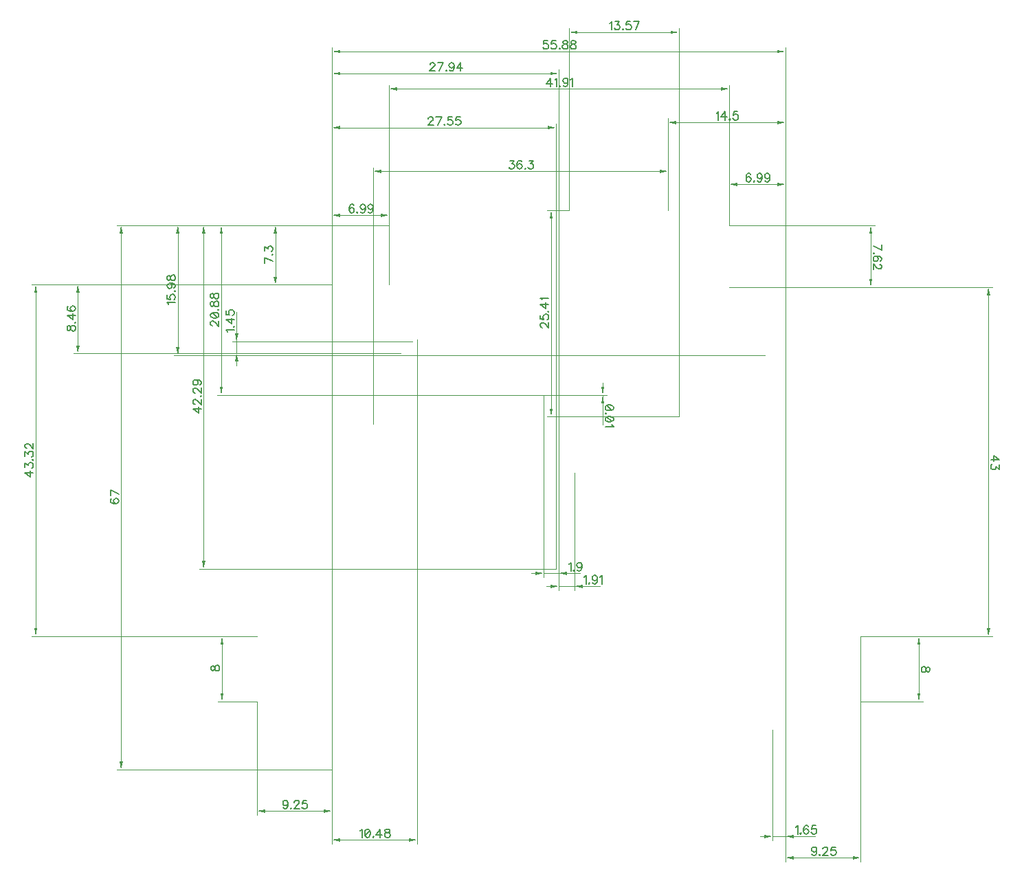
<source format=gbr>
G04 DipTrace 2.4.0.2*
%INTopDimension.gbr*%
%MOIN*%
%ADD13C,0.0014*%
%ADD104C,0.0062*%
%FSLAX44Y44*%
G04*
G70*
G90*
G75*
G01*
%LNTopDimension*%
%LPD*%
X6690Y30320D2*
D13*
X-2483D1*
X14786Y13670D2*
X-2483D1*
X-2286Y21995D2*
Y29926D1*
G36*
Y30320D2*
X-2207Y29926D1*
X-2365D1*
X-2286Y30320D1*
G37*
Y21995D2*
D13*
Y14064D1*
G36*
Y13670D2*
X-2365Y14064D1*
X-2207D1*
X-2286Y13670D1*
G37*
X20770Y21045D2*
D13*
X14368D1*
X15429Y31051D2*
X14368D1*
X14565Y26048D2*
Y21439D1*
G36*
Y21045D2*
X14486Y21439D1*
X14644D1*
X14565Y21045D1*
G37*
Y26048D2*
D13*
Y30657D1*
G36*
Y31051D2*
X14644Y30657D1*
X14486D1*
X14565Y31051D1*
G37*
X3940Y27445D2*
D13*
Y35267D1*
X14786Y13670D2*
Y35267D1*
X9363Y35070D2*
X4334D1*
G36*
X3940D2*
X4334Y35149D1*
Y34991D1*
X3940Y35070D1*
G37*
X9363D2*
D13*
X14393D1*
G36*
X14786D2*
X14393Y34991D1*
Y35149D1*
X14786Y35070D1*
G37*
X20233Y31051D2*
D13*
Y35517D1*
X25940Y27320D2*
Y35517D1*
X23086Y35320D2*
X20626D1*
G36*
X20233D2*
X20626Y35399D1*
Y35241D1*
X20233Y35320D1*
G37*
X23086D2*
D13*
X25546D1*
G36*
X25940D2*
X25546Y35241D1*
Y35399D1*
X25940Y35320D1*
G37*
X3940Y27445D2*
D13*
Y38957D1*
X25940Y27320D2*
Y38957D1*
X14940Y38760D2*
X4334D1*
G36*
X3940D2*
X4334Y38839D1*
Y38682D1*
X3940Y38760D1*
G37*
X14940D2*
D13*
X25546D1*
G36*
X25940D2*
X25546Y38682D1*
Y38839D1*
X25940Y38760D1*
G37*
X3940Y27445D2*
D13*
Y31017D1*
X6690Y27445D2*
Y31017D1*
X5315Y30820D2*
X4334D1*
G36*
X3940D2*
X4334Y30899D1*
Y30741D1*
X3940Y30820D1*
G37*
X5315D2*
D13*
X6296D1*
G36*
X6690D2*
X6296Y30741D1*
Y30899D1*
X6690Y30820D1*
G37*
Y30320D2*
D13*
X993D1*
X3940Y27445D2*
X993D1*
X1190Y28883D2*
Y29926D1*
G36*
Y30320D2*
X1269Y29926D1*
X1111D1*
X1190Y30320D1*
G37*
Y28883D2*
D13*
Y27839D1*
G36*
Y27445D2*
X1111Y27839D1*
X1269D1*
X1190Y27445D1*
G37*
X23190Y30320D2*
D13*
X30262D1*
X23190Y27320D2*
X30262D1*
X30065Y28820D2*
Y29926D1*
G36*
Y30320D2*
X30144Y29926D1*
X29986D1*
X30065Y30320D1*
G37*
Y28820D2*
D13*
Y27714D1*
G36*
Y27320D2*
X29986Y27714D1*
X30144D1*
X30065Y27320D1*
G37*
X23190Y30320D2*
D13*
Y32517D1*
X25940Y27320D2*
Y32517D1*
X24565Y32320D2*
X23584D1*
G36*
X23190D2*
X23584Y32399D1*
Y32241D1*
X23190Y32320D1*
G37*
X24565D2*
D13*
X25546D1*
G36*
X25940D2*
X25546Y32241D1*
Y32399D1*
X25940Y32320D1*
G37*
X6690Y30320D2*
D13*
X-6485D1*
X3940Y3940D2*
X-6485D1*
X-6289Y17130D2*
Y29926D1*
G36*
Y30320D2*
X-6210Y29926D1*
X-6367D1*
X-6289Y30320D1*
G37*
Y17130D2*
D13*
Y4334D1*
G36*
Y3940D2*
X-6367Y4334D1*
X-6210D1*
X-6289Y3940D1*
G37*
X3940Y27445D2*
D13*
Y37892D1*
X14940Y14570D2*
Y37892D1*
X9440Y37695D2*
X4334D1*
G36*
X3940D2*
X4334Y37774D1*
Y37616D1*
X3940Y37695D1*
G37*
X9440D2*
D13*
X14546D1*
G36*
X14940D2*
X14546Y37616D1*
Y37774D1*
X14940Y37695D1*
G37*
X14190Y22100D2*
D13*
Y13248D1*
X14940Y14570D2*
Y13248D1*
X14190Y13445D2*
X14940D1*
X13600D2*
X13796D1*
G36*
X14190D2*
X13796Y13366D1*
Y13524D1*
X14190Y13445D1*
G37*
X15531D2*
D13*
X15334D1*
G36*
X14940D2*
X15334Y13524D1*
Y13366D1*
X14940Y13445D1*
G37*
X15964D2*
D13*
X14940D1*
X15690Y18322D2*
Y12623D1*
X14940Y13445D2*
Y12623D1*
Y12820D2*
X15690D1*
X14350D2*
X14546D1*
G36*
X14940D2*
X14546Y12741D1*
Y12899D1*
X14940Y12820D1*
G37*
X16281D2*
D13*
X16084D1*
G36*
X15690D2*
X16084Y12899D1*
Y12741D1*
X15690Y12820D1*
G37*
X16934D2*
D13*
X15690D1*
X14190Y22100D2*
X17262D1*
X15690Y22102D2*
X17262D1*
X17065D2*
Y22100D1*
Y22692D2*
Y22495D1*
G36*
Y22102D2*
X16986Y22495D1*
X17144D1*
X17065Y22102D1*
G37*
Y21509D2*
D13*
Y21706D1*
G36*
Y22100D2*
X17144Y21706D1*
X16986D1*
X17065Y22100D1*
G37*
Y20665D2*
D13*
Y22102D1*
X6690Y30320D2*
X-1632D1*
X14190Y22100D2*
X-1632D1*
X-1435Y26210D2*
Y29926D1*
G36*
Y30320D2*
X-1356Y29926D1*
X-1514D1*
X-1435Y30320D1*
G37*
Y26210D2*
D13*
Y22493D1*
G36*
Y22100D2*
X-1514Y22493D1*
X-1356D1*
X-1435Y22100D1*
G37*
X6690Y30320D2*
D13*
X-3740D1*
X24932Y24027D2*
X-3740D1*
X-3543Y27174D2*
Y29926D1*
G36*
Y30320D2*
X-3464Y29926D1*
X-3622D1*
X-3543Y30320D1*
G37*
Y27174D2*
D13*
Y24421D1*
G36*
Y24027D2*
X-3622Y24421D1*
X-3464D1*
X-3543Y24027D1*
G37*
X20770Y21045D2*
D13*
Y39892D1*
X15429Y31051D2*
Y39892D1*
X18099Y39695D2*
X20376D1*
G36*
X20770D2*
X20376Y39616D1*
Y39774D1*
X20770Y39695D1*
G37*
X18099D2*
D13*
X15823D1*
G36*
X15429D2*
X15823Y39774D1*
Y39616D1*
X15429Y39695D1*
G37*
X5940Y20677D2*
D13*
Y33142D1*
X20233Y31051D2*
Y33142D1*
X13086Y32945D2*
X6334D1*
G36*
X5940D2*
X6334Y33024D1*
Y32866D1*
X5940Y32945D1*
G37*
X13086D2*
D13*
X19839D1*
G36*
X20233D2*
X19839Y32866D1*
Y33024D1*
X20233Y32945D1*
G37*
X23190Y30320D2*
D13*
Y37142D1*
X6690Y30320D2*
Y37142D1*
X14940Y36945D2*
X22796D1*
G36*
X23190D2*
X22796Y36866D1*
Y37024D1*
X23190Y36945D1*
G37*
X14940D2*
D13*
X7084D1*
G36*
X6690D2*
X7084Y37024D1*
Y36866D1*
X6690Y36945D1*
G37*
X7253Y24113D2*
D13*
X-8585D1*
X3940Y27445D2*
X-8585D1*
X-8388Y25779D2*
Y24507D1*
G36*
Y24113D2*
X-8467Y24507D1*
X-8310D1*
X-8388Y24113D1*
G37*
Y25779D2*
D13*
Y27051D1*
G36*
Y27445D2*
X-8310Y27051D1*
X-8467D1*
X-8388Y27445D1*
G37*
X7253Y24113D2*
D13*
X-885D1*
X7848Y24684D2*
X-885D1*
X-688D2*
Y24113D1*
Y25274D2*
Y25078D1*
G36*
Y24684D2*
X-767Y25078D1*
X-609D1*
X-688Y24684D1*
G37*
Y23523D2*
D13*
Y23720D1*
G36*
Y24113D2*
X-609Y23720D1*
X-767D1*
X-688Y24113D1*
G37*
Y26137D2*
D13*
Y24684D1*
X3940Y3940D2*
Y321D1*
X8065Y24793D2*
Y321D1*
X6003Y518D2*
X4334D1*
G36*
X3940D2*
X4334Y596D1*
Y439D1*
X3940Y518D1*
G37*
X6003D2*
D13*
X7671D1*
G36*
X8065D2*
X7671Y439D1*
Y596D1*
X8065Y518D1*
G37*
X25292Y5865D2*
D13*
Y488D1*
X25940Y3940D2*
Y488D1*
X25292Y685D2*
X25940D1*
X24701D2*
X24898D1*
G36*
X25292D2*
X24898Y606D1*
Y764D1*
X25292Y685D1*
G37*
X26531D2*
D13*
X26334D1*
G36*
X25940D2*
X26334Y764D1*
Y606D1*
X25940Y685D1*
G37*
X27355D2*
D13*
X25940D1*
Y27320D2*
Y-547D1*
X29583Y10389D2*
Y-547D1*
X27761Y-350D2*
X26334D1*
G36*
X25940D2*
X26334Y-272D1*
Y-429D1*
X25940Y-350D1*
G37*
X27761D2*
D13*
X29189D1*
G36*
X29583D2*
X29189Y-429D1*
Y-272D1*
X29583Y-350D1*
G37*
X299Y7239D2*
D13*
Y1712D1*
X3940Y27445D2*
Y1712D1*
X2120Y1909D2*
X693D1*
G36*
X299D2*
X693Y1988D1*
Y1831D1*
X299Y1909D1*
G37*
X2120D2*
D13*
X3546D1*
G36*
X3940D2*
X3546Y1831D1*
Y1988D1*
X3940Y1909D1*
G37*
X29583Y10389D2*
D13*
X32594D1*
X29583Y7239D2*
X32594D1*
X32397Y8814D2*
Y9996D1*
G36*
Y10389D2*
X32476Y9996D1*
X32318D1*
X32397Y10389D1*
G37*
Y8814D2*
D13*
Y7633D1*
G36*
Y7239D2*
X32318Y7633D1*
X32476D1*
X32397Y7239D1*
G37*
X299Y10389D2*
D13*
X-1594D1*
X299Y7239D2*
X-1594D1*
X-1397Y8814D2*
Y9996D1*
G36*
Y10389D2*
X-1318Y9996D1*
X-1476D1*
X-1397Y10389D1*
G37*
Y8814D2*
D13*
Y7633D1*
G36*
Y7239D2*
X-1476Y7633D1*
X-1318D1*
X-1397Y7239D1*
G37*
X25940Y27320D2*
D13*
X35972D1*
X29583Y10389D2*
X35972D1*
X35775Y18855D2*
Y26926D1*
G36*
Y27320D2*
X35854Y26926D1*
X35696D1*
X35775Y27320D1*
G37*
Y18855D2*
D13*
Y10783D1*
G36*
Y10389D2*
X35696Y10783D1*
X35854D1*
X35775Y10389D1*
G37*
X3940Y27445D2*
D13*
X-10626D1*
X299Y10389D2*
X-10626D1*
X-10429Y18917D2*
Y27051D1*
G36*
Y27445D2*
X-10350Y27051D1*
X-10508D1*
X-10429Y27445D1*
G37*
Y18917D2*
D13*
Y10783D1*
G36*
Y10389D2*
X-10508Y10783D1*
X-10350D1*
X-10429Y10389D1*
G37*
X-2408Y21415D2*
D104*
X-2810D1*
X-2542Y21224D1*
Y21511D1*
X-2714Y21654D2*
X-2733D1*
X-2772Y21673D1*
X-2791Y21692D1*
X-2810Y21730D1*
Y21807D1*
X-2791Y21845D1*
X-2772Y21864D1*
X-2733Y21883D1*
X-2695D1*
X-2657Y21864D1*
X-2600Y21826D1*
X-2408Y21634D1*
Y21902D1*
X-2447Y22045D2*
X-2427Y22026D1*
X-2408Y22045D1*
X-2427Y22064D1*
X-2447Y22045D1*
X-2714Y22207D2*
X-2733D1*
X-2772Y22226D1*
X-2791Y22245D1*
X-2810Y22284D1*
Y22360D1*
X-2791Y22398D1*
X-2772Y22417D1*
X-2733Y22437D1*
X-2695D1*
X-2657Y22417D1*
X-2600Y22379D1*
X-2408Y22188D1*
Y22456D1*
X-2676Y22828D2*
X-2619Y22809D1*
X-2580Y22771D1*
X-2561Y22713D1*
Y22694D1*
X-2580Y22637D1*
X-2619Y22599D1*
X-2676Y22579D1*
X-2695D1*
X-2753Y22599D1*
X-2791Y22637D1*
X-2810Y22694D1*
Y22713D1*
X-2791Y22771D1*
X-2753Y22809D1*
X-2676Y22828D1*
X-2580D1*
X-2485Y22809D1*
X-2427Y22771D1*
X-2408Y22713D1*
Y22675D1*
X-2427Y22618D1*
X-2466Y22599D1*
X14137Y25373D2*
X14118D1*
X14080Y25392D1*
X14061Y25411D1*
X14042Y25449D1*
Y25526D1*
X14061Y25564D1*
X14080Y25583D1*
X14118Y25602D1*
X14156D1*
X14195Y25583D1*
X14252Y25545D1*
X14443Y25353D1*
Y25621D1*
X14042Y25974D2*
Y25783D1*
X14214Y25764D1*
X14195Y25783D1*
X14175Y25841D1*
Y25898D1*
X14195Y25955D1*
X14233Y25994D1*
X14290Y26013D1*
X14328D1*
X14386Y25994D1*
X14424Y25955D1*
X14443Y25898D1*
Y25841D1*
X14424Y25783D1*
X14405Y25764D1*
X14367Y25745D1*
X14405Y26155D2*
X14424Y26136D1*
X14443Y26155D1*
X14424Y26175D1*
X14405Y26155D1*
X14443Y26490D2*
X14042D1*
X14309Y26298D1*
Y26585D1*
X14118Y26709D2*
X14099Y26747D1*
X14042Y26804D1*
X14443D1*
X8611Y35498D2*
Y35517D1*
X8630Y35556D1*
X8649Y35575D1*
X8688Y35594D1*
X8764D1*
X8802Y35575D1*
X8821Y35556D1*
X8841Y35517D1*
Y35479D1*
X8821Y35441D1*
X8783Y35384D1*
X8592Y35192D1*
X8860D1*
X9060D2*
X9251Y35594D1*
X8983D1*
X9394Y35231D2*
X9375Y35211D1*
X9394Y35192D1*
X9413Y35211D1*
X9394Y35231D1*
X9766Y35594D2*
X9575D1*
X9556Y35422D1*
X9575Y35441D1*
X9633Y35460D1*
X9690D1*
X9747Y35441D1*
X9786Y35403D1*
X9805Y35345D1*
Y35307D1*
X9786Y35250D1*
X9747Y35211D1*
X9690Y35192D1*
X9633D1*
X9575Y35211D1*
X9556Y35231D1*
X9537Y35269D1*
X10158Y35594D2*
X9967D1*
X9948Y35422D1*
X9967Y35441D1*
X10024Y35460D1*
X10081D1*
X10139Y35441D1*
X10177Y35403D1*
X10196Y35345D1*
Y35307D1*
X10177Y35250D1*
X10139Y35211D1*
X10081Y35192D1*
X10024D1*
X9967Y35211D1*
X9948Y35231D1*
X9928Y35269D1*
X22587Y35767D2*
X22626Y35787D1*
X22683Y35844D1*
Y35442D1*
X22998D2*
Y35844D1*
X22807Y35576D1*
X23094D1*
X23236Y35481D2*
X23217Y35461D1*
X23236Y35442D1*
X23256Y35461D1*
X23236Y35481D1*
X23609Y35844D2*
X23418D1*
X23399Y35672D1*
X23418Y35691D1*
X23475Y35710D1*
X23532D1*
X23590Y35691D1*
X23628Y35653D1*
X23647Y35595D1*
Y35557D1*
X23628Y35500D1*
X23590Y35461D1*
X23532Y35442D1*
X23475D1*
X23418Y35461D1*
X23399Y35481D1*
X23379Y35519D1*
X14399Y39284D2*
X14208D1*
X14189Y39112D1*
X14208Y39131D1*
X14265Y39150D1*
X14322D1*
X14380Y39131D1*
X14418Y39093D1*
X14437Y39035D1*
Y38997D1*
X14418Y38940D1*
X14380Y38902D1*
X14322Y38882D1*
X14265D1*
X14208Y38902D1*
X14189Y38921D1*
X14169Y38959D1*
X14790Y39284D2*
X14599D1*
X14580Y39112D1*
X14599Y39131D1*
X14657Y39150D1*
X14714D1*
X14771Y39131D1*
X14810Y39093D1*
X14829Y39035D1*
Y38997D1*
X14810Y38940D1*
X14771Y38902D1*
X14714Y38882D1*
X14657D1*
X14599Y38902D1*
X14580Y38921D1*
X14561Y38959D1*
X14971Y38921D2*
X14952Y38902D1*
X14971Y38882D1*
X14991Y38902D1*
X14971Y38921D1*
X15210Y39284D2*
X15153Y39265D1*
X15133Y39227D1*
Y39188D1*
X15153Y39150D1*
X15191Y39131D1*
X15267Y39112D1*
X15325Y39093D1*
X15363Y39054D1*
X15382Y39016D1*
Y38959D1*
X15363Y38921D1*
X15344Y38902D1*
X15286Y38882D1*
X15210D1*
X15153Y38902D1*
X15133Y38921D1*
X15114Y38959D1*
Y39016D1*
X15133Y39054D1*
X15172Y39093D1*
X15229Y39112D1*
X15305Y39131D1*
X15344Y39150D1*
X15363Y39188D1*
Y39227D1*
X15344Y39265D1*
X15286Y39284D1*
X15210D1*
X15601D2*
X15544Y39265D1*
X15524Y39227D1*
Y39188D1*
X15544Y39150D1*
X15582Y39131D1*
X15658Y39112D1*
X15716Y39093D1*
X15754Y39054D1*
X15773Y39016D1*
Y38959D1*
X15754Y38921D1*
X15735Y38902D1*
X15677Y38882D1*
X15601D1*
X15544Y38902D1*
X15524Y38921D1*
X15505Y38959D1*
Y39016D1*
X15524Y39054D1*
X15563Y39093D1*
X15620Y39112D1*
X15696Y39131D1*
X15735Y39150D1*
X15754Y39188D1*
Y39227D1*
X15735Y39265D1*
X15677Y39284D1*
X15601D1*
X4998Y31287D2*
X4979Y31325D1*
X4921Y31344D1*
X4883D1*
X4826Y31325D1*
X4787Y31267D1*
X4768Y31172D1*
Y31076D1*
X4787Y31000D1*
X4826Y30961D1*
X4883Y30942D1*
X4902D1*
X4959Y30961D1*
X4998Y31000D1*
X5017Y31057D1*
Y31076D1*
X4998Y31134D1*
X4959Y31172D1*
X4902Y31191D1*
X4883D1*
X4826Y31172D1*
X4787Y31134D1*
X4768Y31076D1*
X5159Y30981D2*
X5140Y30961D1*
X5159Y30942D1*
X5179Y30961D1*
X5159Y30981D1*
X5551Y31210D2*
X5532Y31153D1*
X5494Y31114D1*
X5436Y31095D1*
X5417D1*
X5360Y31114D1*
X5322Y31153D1*
X5302Y31210D1*
Y31229D1*
X5322Y31287D1*
X5360Y31325D1*
X5417Y31344D1*
X5436D1*
X5494Y31325D1*
X5532Y31287D1*
X5551Y31210D1*
Y31114D1*
X5532Y31019D1*
X5494Y30961D1*
X5436Y30942D1*
X5398D1*
X5341Y30961D1*
X5322Y31000D1*
X5924Y31210D2*
X5904Y31153D1*
X5866Y31114D1*
X5809Y31095D1*
X5790D1*
X5732Y31114D1*
X5694Y31153D1*
X5675Y31210D1*
Y31229D1*
X5694Y31287D1*
X5732Y31325D1*
X5790Y31344D1*
X5809D1*
X5866Y31325D1*
X5904Y31287D1*
X5924Y31210D1*
Y31114D1*
X5904Y31019D1*
X5866Y30961D1*
X5809Y30942D1*
X5771D1*
X5713Y30961D1*
X5694Y31000D1*
X1068Y28579D2*
X667Y28771D1*
Y28503D1*
X1030Y28913D2*
X1049Y28894D1*
X1068Y28913D1*
X1049Y28933D1*
X1030Y28913D1*
X667Y29095D2*
Y29305D1*
X820Y29190D1*
Y29248D1*
X839Y29286D1*
X858Y29305D1*
X915Y29324D1*
X953D1*
X1011Y29305D1*
X1049Y29267D1*
X1068Y29209D1*
Y29152D1*
X1049Y29095D1*
X1030Y29076D1*
X992Y29056D1*
X30187Y29309D2*
X30589Y29118D1*
Y29386D1*
X30226Y28975D2*
X30206Y28994D1*
X30187Y28975D1*
X30206Y28956D1*
X30226Y28975D1*
X30532Y28603D2*
X30570Y28622D1*
X30589Y28679D1*
Y28717D1*
X30570Y28775D1*
X30512Y28813D1*
X30417Y28832D1*
X30321D1*
X30245Y28813D1*
X30206Y28775D1*
X30187Y28717D1*
Y28698D1*
X30206Y28641D1*
X30245Y28603D1*
X30302Y28584D1*
X30321D1*
X30379Y28603D1*
X30417Y28641D1*
X30436Y28698D1*
Y28717D1*
X30417Y28775D1*
X30379Y28813D1*
X30321Y28832D1*
X30493Y28441D2*
X30512D1*
X30551Y28422D1*
X30570Y28403D1*
X30589Y28365D1*
Y28288D1*
X30570Y28250D1*
X30551Y28231D1*
X30512Y28212D1*
X30474D1*
X30436Y28231D1*
X30379Y28269D1*
X30187Y28460D1*
Y28193D1*
X24248Y32787D2*
X24229Y32825D1*
X24171Y32844D1*
X24133D1*
X24076Y32825D1*
X24037Y32767D1*
X24018Y32672D1*
Y32576D1*
X24037Y32500D1*
X24076Y32461D1*
X24133Y32442D1*
X24152D1*
X24209Y32461D1*
X24248Y32500D1*
X24267Y32557D1*
Y32576D1*
X24248Y32634D1*
X24209Y32672D1*
X24152Y32691D1*
X24133D1*
X24076Y32672D1*
X24037Y32634D1*
X24018Y32576D1*
X24409Y32481D2*
X24390Y32461D1*
X24409Y32442D1*
X24429Y32461D1*
X24409Y32481D1*
X24801Y32710D2*
X24782Y32653D1*
X24744Y32614D1*
X24686Y32595D1*
X24667D1*
X24610Y32614D1*
X24572Y32653D1*
X24552Y32710D1*
Y32729D1*
X24572Y32787D1*
X24610Y32825D1*
X24667Y32844D1*
X24686D1*
X24744Y32825D1*
X24782Y32787D1*
X24801Y32710D1*
Y32614D1*
X24782Y32519D1*
X24744Y32461D1*
X24686Y32442D1*
X24648D1*
X24591Y32461D1*
X24572Y32500D1*
X25174Y32710D2*
X25154Y32653D1*
X25116Y32614D1*
X25059Y32595D1*
X25040D1*
X24982Y32614D1*
X24944Y32653D1*
X24925Y32710D1*
Y32729D1*
X24944Y32787D1*
X24982Y32825D1*
X25040Y32844D1*
X25059D1*
X25116Y32825D1*
X25154Y32787D1*
X25174Y32710D1*
Y32614D1*
X25154Y32519D1*
X25116Y32461D1*
X25059Y32442D1*
X25021D1*
X24963Y32461D1*
X24944Y32500D1*
X-6755Y17070D2*
X-6793Y17051D1*
X-6812Y16994D1*
Y16956D1*
X-6793Y16899D1*
X-6736Y16860D1*
X-6640Y16841D1*
X-6545D1*
X-6468Y16860D1*
X-6430Y16899D1*
X-6411Y16956D1*
Y16975D1*
X-6430Y17032D1*
X-6468Y17070D1*
X-6526Y17090D1*
X-6545D1*
X-6602Y17070D1*
X-6640Y17032D1*
X-6659Y16975D1*
Y16956D1*
X-6640Y16899D1*
X-6602Y16860D1*
X-6545Y16841D1*
X-6411Y17290D2*
X-6812Y17481D1*
Y17213D1*
X8688Y38123D2*
Y38142D1*
X8707Y38181D1*
X8726Y38200D1*
X8765Y38219D1*
X8841D1*
X8879Y38200D1*
X8898Y38181D1*
X8918Y38142D1*
Y38104D1*
X8898Y38066D1*
X8860Y38009D1*
X8669Y37817D1*
X8937D1*
X9137D2*
X9328Y38219D1*
X9060D1*
X9471Y37856D2*
X9452Y37836D1*
X9471Y37817D1*
X9490Y37836D1*
X9471Y37856D1*
X9863Y38085D2*
X9843Y38028D1*
X9805Y37989D1*
X9748Y37970D1*
X9729D1*
X9671Y37989D1*
X9633Y38028D1*
X9614Y38085D1*
Y38104D1*
X9633Y38162D1*
X9671Y38200D1*
X9729Y38219D1*
X9748D1*
X9805Y38200D1*
X9843Y38162D1*
X9863Y38085D1*
Y37989D1*
X9843Y37894D1*
X9805Y37836D1*
X9748Y37817D1*
X9710D1*
X9652Y37836D1*
X9633Y37875D1*
X10178Y37817D2*
Y38219D1*
X9986Y37951D1*
X10273D1*
X15426Y13892D2*
X15465Y13912D1*
X15522Y13969D1*
Y13567D1*
X15665Y13606D2*
X15646Y13586D1*
X15665Y13567D1*
X15684Y13586D1*
X15665Y13606D1*
X16057Y13835D2*
X16037Y13778D1*
X15999Y13739D1*
X15942Y13720D1*
X15923D1*
X15865Y13739D1*
X15827Y13778D1*
X15808Y13835D1*
Y13854D1*
X15827Y13912D1*
X15865Y13950D1*
X15923Y13969D1*
X15942D1*
X15999Y13950D1*
X16037Y13912D1*
X16057Y13835D1*
Y13739D1*
X16037Y13644D1*
X15999Y13586D1*
X15942Y13567D1*
X15904D1*
X15846Y13586D1*
X15827Y13625D1*
X16176Y13267D2*
X16215Y13287D1*
X16272Y13344D1*
Y12942D1*
X16415Y12981D2*
X16396Y12961D1*
X16415Y12942D1*
X16434Y12961D1*
X16415Y12981D1*
X16807Y13210D2*
X16787Y13153D1*
X16749Y13114D1*
X16692Y13095D1*
X16673D1*
X16615Y13114D1*
X16577Y13153D1*
X16558Y13210D1*
Y13229D1*
X16577Y13287D1*
X16615Y13325D1*
X16673Y13344D1*
X16692D1*
X16749Y13325D1*
X16787Y13287D1*
X16807Y13210D1*
Y13114D1*
X16787Y13019D1*
X16749Y12961D1*
X16692Y12942D1*
X16654D1*
X16596Y12961D1*
X16577Y13000D1*
X16930Y13267D2*
X16969Y13287D1*
X17026Y13344D1*
Y12942D1*
X17589Y21498D2*
X17570Y21556D1*
X17512Y21594D1*
X17417Y21613D1*
X17359D1*
X17264Y21594D1*
X17206Y21556D1*
X17187Y21498D1*
Y21460D1*
X17206Y21403D1*
X17264Y21365D1*
X17359Y21345D1*
X17417D1*
X17512Y21365D1*
X17570Y21403D1*
X17589Y21460D1*
Y21498D1*
X17512Y21365D2*
X17264Y21594D1*
X17226Y21203D2*
X17206Y21222D1*
X17187Y21203D1*
X17206Y21183D1*
X17226Y21203D1*
X17589Y20945D2*
X17570Y21002D1*
X17512Y21041D1*
X17417Y21060D1*
X17359D1*
X17264Y21041D1*
X17206Y21002D1*
X17187Y20945D1*
Y20907D1*
X17206Y20849D1*
X17264Y20811D1*
X17359Y20792D1*
X17417D1*
X17512Y20811D1*
X17570Y20849D1*
X17589Y20907D1*
Y20945D1*
X17512Y20811D2*
X17264Y21041D1*
X17512Y20668D2*
X17532Y20630D1*
X17589Y20572D1*
X17187D1*
X-1863Y25458D2*
X-1882D1*
X-1920Y25477D1*
X-1939Y25496D1*
X-1958Y25535D1*
Y25611D1*
X-1939Y25649D1*
X-1920Y25668D1*
X-1882Y25688D1*
X-1844D1*
X-1805Y25668D1*
X-1748Y25630D1*
X-1557Y25439D1*
Y25707D1*
X-1958Y25945D2*
X-1939Y25888D1*
X-1882Y25849D1*
X-1786Y25830D1*
X-1729D1*
X-1633Y25849D1*
X-1576Y25888D1*
X-1557Y25945D1*
Y25983D1*
X-1576Y26041D1*
X-1633Y26079D1*
X-1729Y26098D1*
X-1786D1*
X-1882Y26079D1*
X-1939Y26041D1*
X-1958Y25983D1*
Y25945D1*
X-1882Y26079D2*
X-1633Y25849D1*
X-1595Y26241D2*
X-1576Y26222D1*
X-1557Y26241D1*
X-1576Y26260D1*
X-1595Y26241D1*
X-1958Y26479D2*
X-1939Y26422D1*
X-1901Y26403D1*
X-1863D1*
X-1825Y26422D1*
X-1805Y26460D1*
X-1786Y26537D1*
X-1767Y26594D1*
X-1729Y26632D1*
X-1691Y26651D1*
X-1633D1*
X-1595Y26632D1*
X-1576Y26613D1*
X-1557Y26556D1*
Y26479D1*
X-1576Y26422D1*
X-1595Y26403D1*
X-1633Y26384D1*
X-1691D1*
X-1729Y26403D1*
X-1767Y26441D1*
X-1786Y26498D1*
X-1805Y26575D1*
X-1825Y26613D1*
X-1863Y26632D1*
X-1901D1*
X-1939Y26613D1*
X-1958Y26556D1*
Y26479D1*
Y26870D2*
X-1939Y26813D1*
X-1901Y26794D1*
X-1863D1*
X-1825Y26813D1*
X-1805Y26851D1*
X-1786Y26928D1*
X-1767Y26985D1*
X-1729Y27023D1*
X-1691Y27042D1*
X-1633D1*
X-1595Y27023D1*
X-1576Y27004D1*
X-1557Y26947D1*
Y26870D1*
X-1576Y26813D1*
X-1595Y26794D1*
X-1633Y26775D1*
X-1691D1*
X-1729Y26794D1*
X-1767Y26832D1*
X-1786Y26889D1*
X-1805Y26966D1*
X-1825Y27004D1*
X-1863Y27023D1*
X-1901D1*
X-1939Y27004D1*
X-1958Y26947D1*
Y26870D1*
X-3990Y26498D2*
X-4009Y26537D1*
X-4066Y26594D1*
X-3665D1*
X-4066Y26947D2*
Y26756D1*
X-3894Y26737D1*
X-3913Y26756D1*
X-3933Y26814D1*
Y26871D1*
X-3913Y26928D1*
X-3875Y26967D1*
X-3818Y26986D1*
X-3780D1*
X-3722Y26967D1*
X-3684Y26928D1*
X-3665Y26871D1*
Y26814D1*
X-3684Y26756D1*
X-3703Y26737D1*
X-3741Y26718D1*
X-3703Y27128D2*
X-3684Y27109D1*
X-3665Y27128D1*
X-3684Y27148D1*
X-3703Y27128D1*
X-3933Y27520D2*
X-3875Y27501D1*
X-3837Y27463D1*
X-3818Y27405D1*
Y27386D1*
X-3837Y27329D1*
X-3875Y27291D1*
X-3933Y27271D1*
X-3952D1*
X-4009Y27291D1*
X-4047Y27329D1*
X-4066Y27386D1*
Y27405D1*
X-4047Y27463D1*
X-4009Y27501D1*
X-3933Y27520D1*
X-3837D1*
X-3741Y27501D1*
X-3684Y27463D1*
X-3665Y27405D1*
Y27367D1*
X-3684Y27310D1*
X-3722Y27291D1*
X-4066Y27739D2*
X-4047Y27682D1*
X-4009Y27663D1*
X-3971D1*
X-3933Y27682D1*
X-3913Y27720D1*
X-3894Y27796D1*
X-3875Y27854D1*
X-3837Y27892D1*
X-3799Y27911D1*
X-3741D1*
X-3703Y27892D1*
X-3684Y27873D1*
X-3665Y27815D1*
Y27739D1*
X-3684Y27682D1*
X-3703Y27663D1*
X-3741Y27643D1*
X-3799D1*
X-3837Y27663D1*
X-3875Y27701D1*
X-3894Y27758D1*
X-3913Y27835D1*
X-3933Y27873D1*
X-3971Y27892D1*
X-4009D1*
X-4047Y27873D1*
X-4066Y27815D1*
Y27739D1*
X17414Y40142D2*
X17453Y40162D1*
X17510Y40219D1*
Y39817D1*
X17672Y40219D2*
X17882D1*
X17768Y40066D1*
X17825D1*
X17863Y40047D1*
X17882Y40028D1*
X17902Y39970D1*
Y39932D1*
X17882Y39875D1*
X17844Y39836D1*
X17787Y39817D1*
X17729D1*
X17672Y39836D1*
X17653Y39856D1*
X17634Y39894D1*
X18044Y39856D2*
X18025Y39836D1*
X18044Y39817D1*
X18064Y39836D1*
X18044Y39856D1*
X18417Y40219D2*
X18226D1*
X18207Y40047D1*
X18226Y40066D1*
X18283Y40085D1*
X18340D1*
X18398Y40066D1*
X18436Y40028D1*
X18455Y39970D1*
Y39932D1*
X18436Y39875D1*
X18398Y39836D1*
X18340Y39817D1*
X18283D1*
X18226Y39836D1*
X18207Y39856D1*
X18187Y39894D1*
X18655Y39817D2*
X18846Y40219D1*
X18579D1*
X12559Y33469D2*
X12769D1*
X12655Y33316D1*
X12712D1*
X12750Y33297D1*
X12769Y33278D1*
X12789Y33220D1*
Y33182D1*
X12769Y33125D1*
X12731Y33086D1*
X12674Y33067D1*
X12616D1*
X12559Y33086D1*
X12540Y33106D1*
X12521Y33144D1*
X13141Y33412D2*
X13122Y33450D1*
X13065Y33469D1*
X13027D1*
X12970Y33450D1*
X12931Y33392D1*
X12912Y33297D1*
Y33201D1*
X12931Y33125D1*
X12970Y33086D1*
X13027Y33067D1*
X13046D1*
X13103Y33086D1*
X13141Y33125D1*
X13161Y33182D1*
Y33201D1*
X13141Y33259D1*
X13103Y33297D1*
X13046Y33316D1*
X13027D1*
X12970Y33297D1*
X12931Y33259D1*
X12912Y33201D1*
X13303Y33106D2*
X13284Y33086D1*
X13303Y33067D1*
X13322Y33086D1*
X13303Y33106D1*
X13484Y33469D2*
X13694D1*
X13580Y33316D1*
X13637D1*
X13675Y33297D1*
X13694Y33278D1*
X13714Y33220D1*
Y33182D1*
X13694Y33125D1*
X13656Y33086D1*
X13599Y33067D1*
X13542D1*
X13484Y33086D1*
X13465Y33106D1*
X13446Y33144D1*
X14532Y37067D2*
Y37469D1*
X14341Y37201D1*
X14628D1*
X14751Y37392D2*
X14790Y37412D1*
X14847Y37469D1*
Y37067D1*
X14990Y37106D2*
X14971Y37086D1*
X14990Y37067D1*
X15009Y37086D1*
X14990Y37106D1*
X15382Y37335D2*
X15362Y37278D1*
X15324Y37239D1*
X15267Y37220D1*
X15248D1*
X15190Y37239D1*
X15152Y37278D1*
X15133Y37335D1*
Y37354D1*
X15152Y37412D1*
X15190Y37450D1*
X15248Y37469D1*
X15267D1*
X15324Y37450D1*
X15362Y37412D1*
X15382Y37335D1*
Y37239D1*
X15362Y37144D1*
X15324Y37086D1*
X15267Y37067D1*
X15229D1*
X15171Y37086D1*
X15152Y37125D1*
X15505Y37392D2*
X15544Y37412D1*
X15601Y37469D1*
Y37067D1*
X-8912Y25300D2*
X-8893Y25243D1*
X-8855Y25223D1*
X-8816D1*
X-8778Y25243D1*
X-8759Y25281D1*
X-8740Y25357D1*
X-8721Y25415D1*
X-8682Y25453D1*
X-8644Y25472D1*
X-8587D1*
X-8549Y25453D1*
X-8529Y25434D1*
X-8510Y25376D1*
Y25300D1*
X-8529Y25243D1*
X-8549Y25223D1*
X-8587Y25204D1*
X-8644D1*
X-8682Y25223D1*
X-8721Y25262D1*
X-8740Y25319D1*
X-8759Y25395D1*
X-8778Y25434D1*
X-8816Y25453D1*
X-8855D1*
X-8893Y25434D1*
X-8912Y25376D1*
Y25300D1*
X-8549Y25614D2*
X-8529Y25595D1*
X-8510Y25614D1*
X-8529Y25634D1*
X-8549Y25614D1*
X-8510Y25949D2*
X-8912D1*
X-8644Y25757D1*
Y26044D1*
X-8855Y26397D2*
X-8893Y26378D1*
X-8912Y26321D1*
Y26283D1*
X-8893Y26225D1*
X-8835Y26187D1*
X-8740Y26168D1*
X-8644D1*
X-8568Y26187D1*
X-8529Y26225D1*
X-8510Y26283D1*
Y26302D1*
X-8529Y26359D1*
X-8568Y26397D1*
X-8625Y26416D1*
X-8644D1*
X-8702Y26397D1*
X-8740Y26359D1*
X-8759Y26302D1*
Y26283D1*
X-8740Y26225D1*
X-8702Y26187D1*
X-8644Y26168D1*
X-1135Y25170D2*
X-1155Y25209D1*
X-1212Y25266D1*
X-810D1*
X-849Y25409D2*
X-829Y25390D1*
X-810Y25409D1*
X-829Y25428D1*
X-849Y25409D1*
X-810Y25743D2*
X-1212D1*
X-944Y25552D1*
Y25839D1*
X-1212Y26192D2*
Y26001D1*
X-1040Y25982D1*
X-1059Y26001D1*
X-1078Y26058D1*
Y26115D1*
X-1059Y26173D1*
X-1021Y26211D1*
X-963Y26230D1*
X-925D1*
X-868Y26211D1*
X-829Y26173D1*
X-810Y26115D1*
Y26058D1*
X-829Y26001D1*
X-849Y25982D1*
X-887Y25962D1*
X5308Y965D2*
X5347Y984D1*
X5404Y1041D1*
Y640D1*
X5643Y1041D2*
X5585Y1022D1*
X5547Y965D1*
X5528Y869D1*
Y812D1*
X5547Y716D1*
X5585Y659D1*
X5643Y640D1*
X5681D1*
X5738Y659D1*
X5776Y716D1*
X5796Y812D1*
Y869D1*
X5776Y965D1*
X5738Y1022D1*
X5681Y1041D1*
X5643D1*
X5776Y965D2*
X5547Y716D1*
X5938Y678D2*
X5919Y659D1*
X5938Y640D1*
X5957Y659D1*
X5938Y678D1*
X6272Y640D2*
Y1041D1*
X6081Y774D1*
X6368D1*
X6587Y1041D2*
X6530Y1022D1*
X6510Y984D1*
Y946D1*
X6530Y908D1*
X6568Y888D1*
X6644Y869D1*
X6702Y850D1*
X6740Y812D1*
X6759Y774D1*
Y716D1*
X6740Y678D1*
X6721Y659D1*
X6663Y640D1*
X6587D1*
X6530Y659D1*
X6510Y678D1*
X6491Y716D1*
Y774D1*
X6510Y812D1*
X6549Y850D1*
X6606Y869D1*
X6682Y888D1*
X6721Y908D1*
X6740Y946D1*
Y984D1*
X6721Y1022D1*
X6663Y1041D1*
X6587D1*
X26426Y1132D2*
X26465Y1152D1*
X26522Y1209D1*
Y807D1*
X26665Y846D2*
X26646Y826D1*
X26665Y807D1*
X26684Y826D1*
X26665Y846D1*
X27037Y1152D2*
X27018Y1190D1*
X26961Y1209D1*
X26923D1*
X26865Y1190D1*
X26827Y1132D1*
X26808Y1037D1*
Y941D1*
X26827Y865D1*
X26865Y826D1*
X26923Y807D1*
X26942D1*
X26999Y826D1*
X27037Y865D1*
X27056Y922D1*
Y941D1*
X27037Y999D1*
X26999Y1037D1*
X26942Y1056D1*
X26923D1*
X26865Y1037D1*
X26827Y999D1*
X26808Y941D1*
X27409Y1209D2*
X27218D1*
X27199Y1037D1*
X27218Y1056D1*
X27276Y1075D1*
X27333D1*
X27390Y1056D1*
X27429Y1018D1*
X27448Y960D1*
Y922D1*
X27429Y865D1*
X27390Y826D1*
X27333Y807D1*
X27276D1*
X27218Y826D1*
X27199Y846D1*
X27180Y884D1*
X27444Y40D2*
X27425Y-18D1*
X27387Y-56D1*
X27329Y-75D1*
X27310D1*
X27253Y-56D1*
X27215Y-18D1*
X27195Y40D1*
Y59D1*
X27215Y116D1*
X27253Y154D1*
X27310Y173D1*
X27329D1*
X27387Y154D1*
X27425Y116D1*
X27444Y40D1*
Y-56D1*
X27425Y-152D1*
X27387Y-209D1*
X27329Y-228D1*
X27291D1*
X27234Y-209D1*
X27215Y-171D1*
X27587Y-190D2*
X27568Y-209D1*
X27587Y-228D1*
X27606Y-209D1*
X27587Y-190D1*
X27749Y78D2*
Y97D1*
X27768Y135D1*
X27787Y154D1*
X27826Y173D1*
X27902D1*
X27940Y154D1*
X27959Y135D1*
X27979Y97D1*
Y59D1*
X27959Y20D1*
X27921Y-37D1*
X27730Y-228D1*
X27998D1*
X28351Y173D2*
X28160D1*
X28141Y1D1*
X28160Y20D1*
X28217Y40D1*
X28274D1*
X28332Y20D1*
X28370Y-18D1*
X28389Y-75D1*
Y-113D1*
X28370Y-171D1*
X28332Y-209D1*
X28274Y-228D1*
X28217D1*
X28160Y-209D1*
X28141Y-190D1*
X28121Y-152D1*
X1803Y2299D2*
X1783Y2242D1*
X1745Y2203D1*
X1688Y2184D1*
X1669D1*
X1611Y2203D1*
X1573Y2242D1*
X1554Y2299D1*
Y2318D1*
X1573Y2376D1*
X1611Y2414D1*
X1669Y2433D1*
X1688D1*
X1745Y2414D1*
X1783Y2376D1*
X1803Y2299D1*
Y2203D1*
X1783Y2108D1*
X1745Y2050D1*
X1688Y2031D1*
X1650D1*
X1592Y2050D1*
X1573Y2089D1*
X1945Y2070D2*
X1926Y2050D1*
X1945Y2031D1*
X1965Y2050D1*
X1945Y2070D1*
X2108Y2337D2*
Y2356D1*
X2127Y2395D1*
X2146Y2414D1*
X2184Y2433D1*
X2261D1*
X2299Y2414D1*
X2318Y2395D1*
X2337Y2356D1*
Y2318D1*
X2318Y2280D1*
X2280Y2223D1*
X2088Y2031D1*
X2356D1*
X2709Y2433D2*
X2518D1*
X2499Y2261D1*
X2518Y2280D1*
X2576Y2299D1*
X2633D1*
X2690Y2280D1*
X2729Y2242D1*
X2748Y2184D1*
Y2146D1*
X2729Y2089D1*
X2690Y2050D1*
X2633Y2031D1*
X2576D1*
X2518Y2050D1*
X2499Y2070D1*
X2480Y2108D1*
X32921Y8822D2*
X32902Y8879D1*
X32864Y8898D1*
X32825D1*
X32787Y8879D1*
X32768Y8841D1*
X32749Y8764D1*
X32730Y8707D1*
X32691Y8669D1*
X32653Y8650D1*
X32596D1*
X32558Y8669D1*
X32538Y8688D1*
X32519Y8745D1*
Y8822D1*
X32538Y8879D1*
X32558Y8898D1*
X32596Y8917D1*
X32653D1*
X32691Y8898D1*
X32730Y8860D1*
X32749Y8803D1*
X32768Y8726D1*
X32787Y8688D1*
X32825Y8669D1*
X32864D1*
X32902Y8688D1*
X32921Y8745D1*
Y8822D1*
X-1921Y8807D2*
X-1902Y8750D1*
X-1864Y8730D1*
X-1825D1*
X-1787Y8750D1*
X-1768Y8788D1*
X-1749Y8864D1*
X-1730Y8922D1*
X-1691Y8960D1*
X-1653Y8979D1*
X-1596D1*
X-1558Y8960D1*
X-1538Y8941D1*
X-1519Y8883D1*
Y8807D1*
X-1538Y8750D1*
X-1558Y8730D1*
X-1596Y8711D1*
X-1653D1*
X-1691Y8730D1*
X-1730Y8769D1*
X-1749Y8826D1*
X-1768Y8902D1*
X-1787Y8941D1*
X-1825Y8960D1*
X-1864D1*
X-1902Y8941D1*
X-1921Y8883D1*
Y8807D1*
X35897Y18972D2*
X36299D1*
X36031Y19163D1*
Y18876D1*
X36299Y18714D2*
Y18504D1*
X36146Y18619D1*
Y18561D1*
X36127Y18523D1*
X36108Y18504D1*
X36050Y18485D1*
X36012D1*
X35955Y18504D1*
X35916Y18542D1*
X35897Y18600D1*
Y18657D1*
X35916Y18714D1*
X35936Y18733D1*
X35974Y18753D1*
X-10551Y18328D2*
X-10952D1*
X-10685Y18136D1*
Y18423D1*
X-10952Y18585D2*
Y18795D1*
X-10799Y18681D1*
Y18738D1*
X-10780Y18776D1*
X-10761Y18795D1*
X-10704Y18815D1*
X-10666D1*
X-10608Y18795D1*
X-10570Y18757D1*
X-10551Y18700D1*
Y18642D1*
X-10570Y18585D1*
X-10589Y18566D1*
X-10627Y18547D1*
X-10589Y18957D2*
X-10570Y18938D1*
X-10551Y18957D1*
X-10570Y18977D1*
X-10589Y18957D1*
X-10952Y19139D2*
Y19349D1*
X-10799Y19234D1*
Y19292D1*
X-10780Y19330D1*
X-10761Y19349D1*
X-10704Y19368D1*
X-10666D1*
X-10608Y19349D1*
X-10570Y19311D1*
X-10551Y19253D1*
Y19196D1*
X-10570Y19139D1*
X-10589Y19120D1*
X-10627Y19100D1*
X-10857Y19511D2*
X-10876D1*
X-10914Y19530D1*
X-10933Y19549D1*
X-10952Y19588D1*
Y19664D1*
X-10933Y19702D1*
X-10914Y19721D1*
X-10876Y19741D1*
X-10838D1*
X-10799Y19721D1*
X-10742Y19683D1*
X-10551Y19492D1*
Y19760D1*
M02*

</source>
